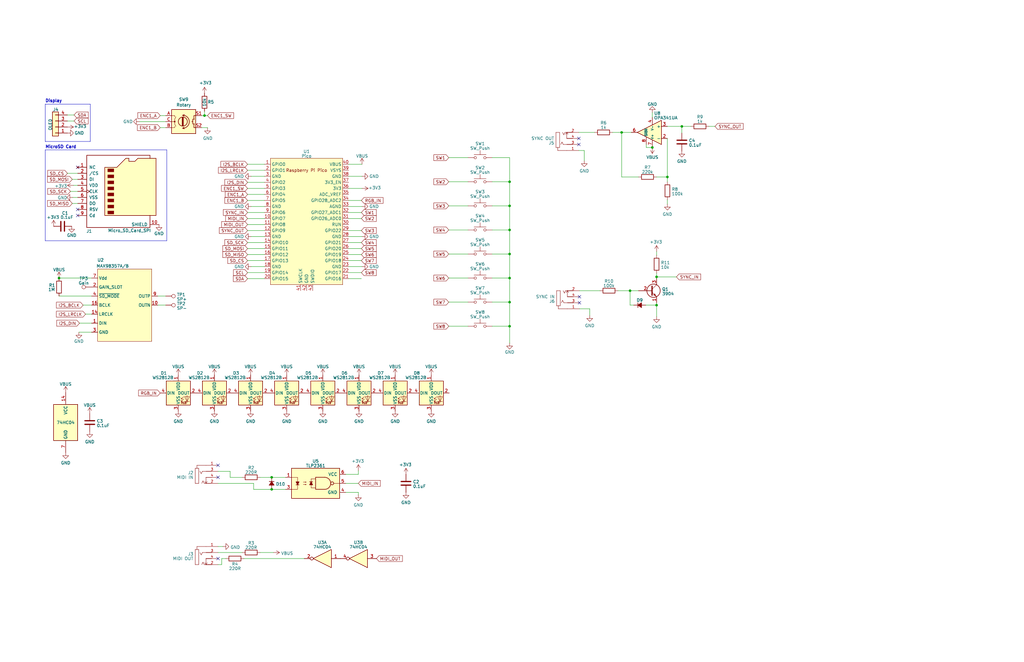
<source format=kicad_sch>
(kicad_sch (version 20230121) (generator eeschema)
  (paper "USLedger")
  (title_block (title "DC31 Syth Badge") (date "2023-05-25") (rev "1.0") (company "DCZia") (comment 1 "@hamster"))
  (lib_symbols
    (symbol "47257-0001:47257-0001" (pin_names (offset 1.016))
      (property "Reference" "J" (at 0 7.62 0))
      (property "Value" "47257-0001" (at 0 -5.08 0))
      (symbol "47257-0001_0_0"
        (pin passive line (at -5.08 5.08 0) (length 5.08) (name "~") (number "1"))
        (pin passive line (at -5.08 -2.54 0) (length 5.08) (name "~") (number "2"))
        (pin passive line (at -5.08 2.54 0) (length 5.08) (name "~") (number "3"))
        (pin passive line (at -5.08 0 0) (length 5.08) (name "~") (number "4"))
      )
    )
    (symbol "74xx:74HC04"
      (property "Reference" "U" (at 0 1.27 0))
      (property "Value" "74HC04" (at 0 -1.27 0))
      (symbol "74HC04_1_0"
        (pin input line (at -7.62 0 0) (length 3.81) (name "~") (number "1"))
        (pin output inverted (at 7.62 0 180) (length 3.81) (name "~") (number "2"))
      )
      (symbol "74HC04_2_0"
        (pin input line (at -7.62 0 0) (length 3.81) (name "~") (number "3"))
        (pin output inverted (at 7.62 0 180) (length 3.81) (name "~") (number "4"))
      )
      (symbol "74HC04_3_0"
        (pin input line (at -7.62 0 0) (length 3.81) (name "~") (number "5"))
        (pin output inverted (at 7.62 0 180) (length 3.81) (name "~") (number "6"))
      )
      (symbol "74HC04_4_0"
        (pin output inverted (at 7.62 0 180) (length 3.81) (name "~") (number "8"))
        (pin input line (at -7.62 0 0) (length 3.81) (name "~") (number "9"))
      )
      (symbol "74HC04_5_0"
        (pin output inverted (at 7.62 0 180) (length 3.81) (name "~") (number "10"))
        (pin input line (at -7.62 0 0) (length 3.81) (name "~") (number "11"))
      )
      (symbol "74HC04_6_0"
        (pin output inverted (at 7.62 0 180) (length 3.81) (name "~") (number "12"))
        (pin input line (at -7.62 0 0) (length 3.81) (name "~") (number "13"))
      )
      (symbol "74HC04_7_0"
        (pin power_in line (at 0 12.7 270) (length 5.08) (name "VCC") (number "14"))
        (pin power_in line (at 0 -12.7 90) (length 5.08) (name "GND") (number "7"))
      )
    )
    (symbol "Connector:TestPoint" (pin_numbers hide) (pin_names (offset 0.762) hide)
      (property "Reference" "TP" (at 0 6.858 0))
      (property "Value" "TestPoint" (at 0 5.08 0))
      (symbol "TestPoint_1_1"
        (pin passive line (at 0 0 90) (length 2.54) (name "1") (number "1"))
      )
    )
    (symbol "Connector_Generic:Conn_01x04" (pin_names (offset 1.016) hide)
      (property "Reference" "J" (at 0 5.08 0))
      (property "Value" "Conn_01x04" (at 0 -7.62 0))
      (symbol "Conn_01x04_1_1"
        (pin passive line (at -5.08 2.54 0) (length 3.81) (name "Pin_1") (number "1"))
        (pin passive line (at -5.08 0 0) (length 3.81) (name "Pin_2") (number "2"))
        (pin passive line (at -5.08 -2.54 0) (length 3.81) (name "Pin_3") (number "3"))
        (pin passive line (at -5.08 -5.08 0) (length 3.81) (name "Pin_4") (number "4"))
      )
    )
    (symbol "Device:C" (pin_numbers hide) (pin_names (offset 0.254))
      (property "Reference" "C" (at 0.635 2.54 0))
      (property "Value" "C" (at 0.635 -2.54 0))
      (symbol "C_1_1"
        (pin passive line (at 0 3.81 270) (length 2.794) (name "~") (number "1"))
        (pin passive line (at 0 -3.81 90) (length 2.794) (name "~") (number "2"))
      )
    )
    (symbol "Device:D_Small_Filled" (pin_numbers hide) (pin_names (offset 0.254) hide)
      (property "Reference" "D" (at -1.27 2.032 0))
      (property "Value" "D_Small_Filled" (at -3.81 -2.032 0))
      (symbol "D_Small_Filled_1_1"
        (pin passive line (at -2.54 0 0) (length 1.778) (name "K") (number "1"))
        (pin passive line (at 2.54 0 180) (length 1.778) (name "A") (number "2"))
      )
    )
    (symbol "Device:Q_NPN_EBC" (pin_names (offset 0) hide)
      (property "Reference" "Q" (at 5.08 1.27 0))
      (property "Value" "Q_NPN_EBC" (at 5.08 -1.27 0))
      (symbol "Q_NPN_EBC_1_1"
        (pin passive line (at 2.54 -5.08 90) (length 2.54) (name "E") (number "1"))
        (pin passive line (at -5.08 0 0) (length 5.715) (name "B") (number "2"))
        (pin passive line (at 2.54 5.08 270) (length 2.54) (name "C") (number "3"))
      )
    )
    (symbol "Device:R" (pin_numbers hide) (pin_names (offset 0))
      (property "Reference" "R" (at 2.032 0 90))
      (property "Value" "R" (at 0 0 90))
      (symbol "R_1_1"
        (pin passive line (at 0 3.81 270) (length 1.27) (name "~") (number "1"))
        (pin passive line (at 0 -3.81 90) (length 1.27) (name "~") (number "2"))
      )
    )
    (symbol "LED:WS2812B" (pin_names (offset 0.254))
      (property "Reference" "D" (at 5.08 5.715 0))
      (property "Value" "WS2812B" (at 1.27 -5.715 0))
      (symbol "WS2812B_0_0"
        (text "RGB" (at 2.286 -4.191 0) (effects (font (size 0.762 0.762))))
      )
      (symbol "WS2812B_1_1"
        (pin power_in line (at 0 7.62 270) (length 2.54) (name "VDD") (number "1"))
        (pin output line (at 7.62 0 180) (length 2.54) (name "DOUT") (number "2"))
        (pin power_in line (at 0 -7.62 90) (length 2.54) (name "VSS") (number "3"))
        (pin input line (at -7.62 0 0) (length 2.54) (name "DIN") (number "4"))
      )
    )
    (symbol "MAX98357:MAX98357"
      (property "Reference" "U" (at -10.16 16.51 0))
      (property "Value" "MAX98357" (at 6.35 16.51 0))
      (symbol "MAX98357_1_1"
        (pin input line (at -13.97 -7.62 0) (length 2.54) (name "DIN") (number "1"))
        (pin output line (at 13.97 0 180) (length 2.54) (name "OUTN") (number "10"))
        (pin power_in line (at -13.97 -11.43 0) (length 2.54) hide (name "GND") (number "11"))
        (pin no_connect line (at 1.27 33.02 0) (length 2.54) hide (name "NC") (number "12"))
        (pin no_connect line (at 1.27 36.83 0) (length 2.54) hide (name "NC") (number "13"))
        (pin input line (at -13.97 -3.81 0) (length 2.54) (name "LRCLK") (number "14"))
        (pin input line (at -13.97 0 0) (length 2.54) (name "BCLK") (number "16"))
        (pin input line (at -13.97 7.62 0) (length 2.54) (name "GAIN_SLOT") (number "2"))
        (pin power_in line (at -13.97 -11.43 0) (length 2.54) (name "GND") (number "3"))
        (pin input line (at -13.97 3.81 0) (length 2.54) (name "~{SD_MODE}") (number "4"))
        (pin no_connect line (at 1.27 25.4 0) (length 2.54) hide (name "NC") (number "5"))
        (pin no_connect line (at 1.27 29.21 0) (length 2.54) hide (name "NC") (number "6"))
        (pin power_in line (at -13.97 11.43 0) (length 2.54) (name "Vdd") (number "7"))
        (pin power_in line (at -13.97 11.43 0) (length 2.54) hide (name "Vdd") (number "8"))
        (pin output line (at 13.97 3.81 180) (length 2.54) (name "OUTP") (number "9"))
      )
    )
    (symbol "MCU_RaspberryPi_and_Boards:Pico"
      (property "Reference" "U" (at -13.97 27.94 0))
      (property "Value" "Pico" (at 0 19.05 0))
      (symbol "Pico_0_0"
        (text "Raspberry Pi Pico" (at 0 21.59 0) (effects (font (size 1.27 1.27))))
      )
      (symbol "Pico_1_1"
        (pin bidirectional line (at -17.78 24.13 0) (length 2.54) (name "GPIO0") (number "1"))
        (pin bidirectional line (at -17.78 1.27 0) (length 2.54) (name "GPIO7") (number "10"))
        (pin bidirectional line (at -17.78 -1.27 0) (length 2.54) (name "GPIO8") (number "11"))
        (pin bidirectional line (at -17.78 -3.81 0) (length 2.54) (name "GPIO9") (number "12"))
        (pin power_in line (at -17.78 -6.35 0) (length 2.54) (name "GND") (number "13"))
        (pin bidirectional line (at -17.78 -8.89 0) (length 2.54) (name "GPIO10") (number "14"))
        (pin bidirectional line (at -17.78 -11.43 0) (length 2.54) (name "GPIO11") (number "15"))
        (pin bidirectional line (at -17.78 -13.97 0) (length 2.54) (name "GPIO12") (number "16"))
        (pin bidirectional line (at -17.78 -16.51 0) (length 2.54) (name "GPIO13") (number "17"))
        (pin power_in line (at -17.78 -19.05 0) (length 2.54) (name "GND") (number "18"))
        (pin bidirectional line (at -17.78 -21.59 0) (length 2.54) (name "GPIO14") (number "19"))
        (pin bidirectional line (at -17.78 21.59 0) (length 2.54) (name "GPIO1") (number "2"))
        (pin bidirectional line (at -17.78 -24.13 0) (length 2.54) (name "GPIO15") (number "20"))
        (pin bidirectional line (at 17.78 -24.13 180) (length 2.54) (name "GPIO16") (number "21"))
        (pin bidirectional line (at 17.78 -21.59 180) (length 2.54) (name "GPIO17") (number "22"))
        (pin power_in line (at 17.78 -19.05 180) (length 2.54) (name "GND") (number "23"))
        (pin bidirectional line (at 17.78 -16.51 180) (length 2.54) (name "GPIO18") (number "24"))
        (pin bidirectional line (at 17.78 -13.97 180) (length 2.54) (name "GPIO19") (number "25"))
        (pin bidirectional line (at 17.78 -11.43 180) (length 2.54) (name "GPIO20") (number "26"))
        (pin bidirectional line (at 17.78 -8.89 180) (length 2.54) (name "GPIO21") (number "27"))
        (pin power_in line (at 17.78 -6.35 180) (length 2.54) (name "GND") (number "28"))
        (pin bidirectional line (at 17.78 -3.81 180) (length 2.54) (name "GPIO22") (number "29"))
        (pin power_in line (at -17.78 19.05 0) (length 2.54) (name "GND") (number "3"))
        (pin input line (at 17.78 -1.27 180) (length 2.54) (name "RUN") (number "30"))
        (pin bidirectional line (at 17.78 1.27 180) (length 2.54) (name "GPIO26_ADC0") (number "31"))
        (pin bidirectional line (at 17.78 3.81 180) (length 2.54) (name "GPIO27_ADC1") (number "32"))
        (pin power_in line (at 17.78 6.35 180) (length 2.54) (name "AGND") (number "33"))
        (pin bidirectional line (at 17.78 8.89 180) (length 2.54) (name "GPIO28_ADC2") (number "34"))
        (pin power_in line (at 17.78 11.43 180) (length 2.54) (name "ADC_VREF") (number "35"))
        (pin power_in line (at 17.78 13.97 180) (length 2.54) (name "3V3") (number "36"))
        (pin input line (at 17.78 16.51 180) (length 2.54) (name "3V3_EN") (number "37"))
        (pin bidirectional line (at 17.78 19.05 180) (length 2.54) (name "GND") (number "38"))
        (pin power_in line (at 17.78 21.59 180) (length 2.54) (name "VSYS") (number "39"))
        (pin bidirectional line (at -17.78 16.51 0) (length 2.54) (name "GPIO2") (number "4"))
        (pin power_in line (at 17.78 24.13 180) (length 2.54) (name "VBUS") (number "40"))
        (pin input line (at -2.54 -29.21 90) (length 2.54) (name "SWCLK") (number "41"))
        (pin power_in line (at 0 -29.21 90) (length 2.54) (name "GND") (number "42"))
        (pin bidirectional line (at 2.54 -29.21 90) (length 2.54) (name "SWDIO") (number "43"))
        (pin bidirectional line (at -17.78 13.97 0) (length 2.54) (name "GPIO3") (number "5"))
        (pin bidirectional line (at -17.78 11.43 0) (length 2.54) (name "GPIO4") (number "6"))
        (pin bidirectional line (at -17.78 8.89 0) (length 2.54) (name "GPIO5") (number "7"))
        (pin power_in line (at -17.78 6.35 0) (length 2.54) (name "GND") (number "8"))
        (pin bidirectional line (at -17.78 3.81 0) (length 2.54) (name "GPIO6") (number "9"))
      )
    )
    (symbol "MicroSD-Retention:Micro_SD_Card_SPI_Seeed-MicroSD-SPI-Seeed" (pin_names (offset 1.016))
      (property "Reference" "J" (at -12.7 17.78 0))
      (property "Value" "Micro_SD_Card_SPI_Seeed-MicroSD-SPI-Seeed" (at 3.81 15.24 0))
      (symbol "Micro_SD_Card_SPI_Seeed-MicroSD-SPI-Seeed_1_1"
        (pin no_connect line (at -17.78 8.89 0) (length 3.81) (name "NC") (number "1"))
        (pin passive line (at 16.51 -15.24 180) (length 3.81) (name "SHIELD") (number "10"))
        (pin input line (at -17.78 6.35 0) (length 3.81) (name "/CS") (number "2"))
        (pin input line (at -17.78 3.81 0) (length 3.81) (name "DI") (number "3"))
        (pin power_in line (at -17.78 1.27 0) (length 3.81) (name "VDD") (number "4"))
        (pin input clock (at -17.78 -1.27 0) (length 3.81) (name "CLK") (number "5"))
        (pin power_in line (at -17.78 -3.81 0) (length 3.81) (name "VSS") (number "6"))
        (pin output line (at -17.78 -6.35 0) (length 3.81) (name "DO") (number "7"))
        (pin input line (at -17.78 -8.89 0) (length 3.81) (name "RSV") (number "8"))
        (pin bidirectional line (at -17.78 -11.43 0) (length 3.81) (name "Cd") (number "9"))
      )
    )
    (symbol "PCM_Amplifier_Operational_AKL:OPA341UA" (pin_names (offset 0.2))
      (property "Reference" "U" (at 2.54 7.62 0))
      (property "Value" "OPA341UA" (at 2.54 5.08 0))
      (symbol "OPA341UA_1_1"
        (pin no_connect line (at -2.54 2.54 270) (length 2.54) hide (name "NC") (number "1"))
        (pin input line (at -7.62 2.54 0) (length 2.54) (name "-") (number "2"))
        (pin input line (at -7.62 -2.54 0) (length 2.54) (name "+") (number "3"))
        (pin power_in line (at -1.27 -6.35 90) (length 3.18) (name "V-") (number "4"))
        (pin no_connect line (at -2.54 -2.54 90) (length 2.54) hide (name "NC") (number "5"))
        (pin output line (at 7.62 0 180) (length 2.54) (name "~") (number "6"))
        (pin power_in line (at -1.27 6.35 270) (length 3.18) (name "V+") (number "7"))
        (pin input line (at 1.27 5.08 270) (length 3.18) (name "~{SHDN}") (number "8"))
      )
    )
    (symbol "PCM_Optocoupler_Logic_AKL:TLP2361" (pin_names (offset 1.016))
      (property "Reference" "OC" (at -10.16 11.43 0))
      (property "Value" "TLP2361" (at -10.16 8.89 0))
      (symbol "TLP2361_1_1"
        (pin passive line (at -12.7 2.54 0) (length 2.54) (name "~") (number "1"))
        (pin no_connect line (at 0 0 0) (length 2.54) hide (name "NC") (number "2"))
        (pin passive line (at -12.7 -2.54 0) (length 2.54) (name "~") (number "3"))
        (pin power_in line (at 12.7 -3.81 180) (length 2.54) (name "GND") (number "4"))
        (pin output line (at 12.7 0 180) (length 2.54) (name "~") (number "5"))
        (pin power_in line (at 12.7 3.81 180) (length 2.54) (name "VCC") (number "6"))
      )
    )
    (symbol "Switch:SW_Push" (pin_numbers hide) (pin_names (offset 1.016) hide)
      (property "Reference" "SW" (at 1.27 2.54 0))
      (property "Value" "SW_Push" (at 0 -1.524 0))
      (symbol "SW_Push_0_1"
        (pin passive line (at -5.08 0 0) (length 2.54) (name "1") (number "1"))
        (pin passive line (at 5.08 0 180) (length 2.54) (name "2") (number "2"))
      )
    )
    (symbol "laser-theremin-rescue:Rotary_Encoder_Switch-Device" (pin_names (offset 0.254) hide)
      (property "Reference" "SW" (at 0 6.604 0))
      (property "Value" "Device_Rotary_Encoder_Switch" (at 0 -6.604 0))
      (symbol "Rotary_Encoder_Switch-Device_1_1"
        (pin passive line (at -7.62 2.54 0) (length 2.54) (name "A") (number "A"))
        (pin passive line (at -7.62 -2.54 0) (length 2.54) (name "B") (number "B"))
        (pin passive line (at -7.62 0 0) (length 2.54) (name "C") (number "C"))
        (pin passive line (at 7.62 2.54 180) (length 2.54) (name "S1") (number "S1"))
        (pin passive line (at 7.62 -2.54 180) (length 2.54) (name "S2") (number "S2"))
      )
    )
    (symbol "power:+3V3" (power) (pin_names (offset 0))
      (property "Value" "+3V3" (at 0 3.556 0))
      (symbol "+3V3_1_1"
        (pin power_in line (at 0 0 90) (length 0) hide (name "+3V3") (number "1"))
      )
    )
    (symbol "power:GND" (power) (pin_names (offset 0))
      (property "Value" "GND" (at 0 -3.81 0))
      (symbol "GND_1_1"
        (pin power_in line (at 0 0 270) (length 0) hide (name "GND") (number "1"))
      )
    )
    (symbol "power:VBUS" (power) (pin_names (offset 0))
      (property "Value" "VBUS" (at 0 3.81 0))
      (symbol "VBUS_1_1"
        (pin power_in line (at 0 0 90) (length 0) hide (name "VBUS") (number "1"))
      )
    )
  )
  (junction (at 214.884 137.668))
  (junction (at 276.86 116.84))
  (junction (at 262.128 55.88))
  (junction (at 114.554 206.502))
  (junction (at 265.684 122.682))
  (junction (at 214.884 127.508))
  (junction (at 275.082 62.23))
  (junction (at 281.432 74.676))
  (junction (at 214.884 97.028))
  (junction (at 214.884 117.348))
  (junction (at 214.884 86.868))
  (junction (at 86.233 48.768))
  (junction (at 287.528 53.34))
  (junction (at 114.554 201.422))
  (junction (at 24.892 117.348))
  (junction (at 214.884 107.188))
  (junction (at 214.884 76.708))
  (junction (at 276.86 128.778))
  (no_connect (at 244.348 125.222))
  (no_connect (at 91.948 196.342))
  (no_connect (at 244.348 127.762))
  (no_connect (at 91.948 235.712))
  (no_connect (at 91.948 201.422))
  (no_connect (at 244.094 58.42))
  (no_connect (at 32.766 90.932))
  (no_connect (at 244.094 60.96))
  (no_connect (at 32.766 70.612))
  (no_connect (at 32.766 88.392))
  (wire (pts (xy 246.38 63.5) (xy 246.38 67.818)))
  (wire (pts (xy 269.24 74.676) (xy 262.128 74.676)))
  (polyline (pts (xy 19.05 43.942) (xy 19.05 59.69)))
  (wire (pts (xy 147.066 69.342) (xy 152.654 69.342)))
  (wire (pts (xy 93.472 238.252) (xy 93.472 235.712)))
  (wire (pts (xy 104.394 102.362) (xy 111.506 102.362)))
  (wire (pts (xy 189.23 76.708) (xy 197.358 76.708)))
  (wire (pts (xy 104.394 79.502) (xy 111.506 79.502)))
  (wire (pts (xy 207.518 76.708) (xy 214.884 76.708)))
  (wire (pts (xy 207.518 137.668) (xy 214.884 137.668)))
  (wire (pts (xy 86.233 46.99) (xy 86.233 48.768)))
  (wire (pts (xy 30.48 75.692) (xy 32.766 75.692)))
  (wire (pts (xy 267.208 128.778) (xy 265.684 128.778)))
  (polyline (pts (xy 38.1 59.69) (xy 38.1 43.942)))
  (wire (pts (xy 244.348 122.682) (xy 252.984 122.682)))
  (wire (pts (xy 114.554 206.502) (xy 120.396 206.502)))
  (wire (pts (xy 97.028 198.882) (xy 97.028 201.422)))
  (wire (pts (xy 151.13 207.772) (xy 151.13 208.788)))
  (wire (pts (xy 276.86 116.84) (xy 276.86 117.602)))
  (wire (pts (xy 189.23 117.348) (xy 197.358 117.348)))
  (wire (pts (xy 36.068 132.588) (xy 38.608 132.588)))
  (wire (pts (xy 281.432 58.42) (xy 281.432 74.676)))
  (wire (pts (xy 276.86 128.778) (xy 276.86 133.604)))
  (wire (pts (xy 214.884 137.668) (xy 214.884 144.78)))
  (wire (pts (xy 69.85 48.768) (xy 67.564 48.768)))
  (polyline (pts (xy 38.1 43.942) (xy 19.304 43.942)))
  (wire (pts (xy 214.884 127.508) (xy 214.884 137.668)))
  (wire (pts (xy 28.448 73.152) (xy 32.766 73.152)))
  (wire (pts (xy 260.604 122.682) (xy 265.684 122.682)))
  (wire (pts (xy 207.518 117.348) (xy 214.884 117.348)))
  (wire (pts (xy 145.796 200.152) (xy 151.13 200.152)))
  (wire (pts (xy 272.288 128.778) (xy 276.86 128.778)))
  (wire (pts (xy 111.506 87.122) (xy 105.918 87.122)))
  (wire (pts (xy 91.948 198.882) (xy 97.028 198.882)))
  (wire (pts (xy 244.094 55.88) (xy 250.698 55.88)))
  (wire (pts (xy 104.394 69.342) (xy 111.506 69.342)))
  (wire (pts (xy 58.801 51.308) (xy 69.85 51.308)))
  (wire (pts (xy 147.066 107.442) (xy 152.4 107.442)))
  (wire (pts (xy 30.734 83.312) (xy 32.766 83.312)))
  (wire (pts (xy 145.796 207.772) (xy 151.13 207.772)))
  (wire (pts (xy 106.934 203.962) (xy 106.934 206.502)))
  (wire (pts (xy 265.684 122.682) (xy 269.24 122.682)))
  (polyline (pts (xy 19.05 63.246) (xy 70.358 63.246)))
  (wire (pts (xy 248.666 130.302) (xy 248.666 133.096)))
  (polyline (pts (xy 19.304 59.69) (xy 38.1 59.69)))
  (wire (pts (xy 151.13 200.152) (xy 151.13 198.628)))
  (wire (pts (xy 207.518 66.548) (xy 214.884 66.548)))
  (wire (pts (xy 111.506 112.522) (xy 105.918 112.522)))
  (wire (pts (xy 147.066 89.662) (xy 152.4 89.662)))
  (wire (pts (xy 104.394 117.602) (xy 111.506 117.602)))
  (wire (pts (xy 87.503 53.848) (xy 87.503 53.975)))
  (wire (pts (xy 272.542 60.96) (xy 272.542 62.23)))
  (wire (pts (xy 147.066 115.062) (xy 152.4 115.062)))
  (wire (pts (xy 207.518 127.508) (xy 214.884 127.508)))
  (polyline (pts (xy 19.05 59.69) (xy 19.304 59.69)))
  (wire (pts (xy 93.472 235.712) (xy 95.25 235.712)))
  (wire (pts (xy 275.082 47.498) (xy 275.082 49.53)))
  (wire (pts (xy 91.948 233.172) (xy 102.108 233.172)))
  (wire (pts (xy 86.233 48.768) (xy 87.503 48.768)))
  (wire (pts (xy 114.554 201.422) (xy 120.396 201.422)))
  (wire (pts (xy 30.988 78.232) (xy 32.766 78.232)))
  (wire (pts (xy 147.066 117.602) (xy 152.4 117.602)))
  (wire (pts (xy 147.066 97.282) (xy 152.4 97.282)))
  (wire (pts (xy 104.394 82.042) (xy 111.506 82.042)))
  (wire (pts (xy 106.934 206.502) (xy 114.554 206.502)))
  (wire (pts (xy 276.86 128.778) (xy 276.86 127.762)))
  (wire (pts (xy 207.518 97.028) (xy 214.884 97.028)))
  (wire (pts (xy 111.506 74.422) (xy 105.918 74.422)))
  (wire (pts (xy 104.394 104.902) (xy 111.506 104.902)))
  (wire (pts (xy 147.066 79.502) (xy 152.654 79.502)))
  (wire (pts (xy 189.23 86.868) (xy 197.358 86.868)))
  (wire (pts (xy 147.066 92.202) (xy 152.4 92.202)))
  (wire (pts (xy 207.518 86.868) (xy 214.884 86.868)))
  (wire (pts (xy 287.528 53.34) (xy 287.528 56.134)))
  (wire (pts (xy 214.884 107.188) (xy 214.884 117.348)))
  (wire (pts (xy 276.86 74.676) (xy 281.432 74.676)))
  (wire (pts (xy 104.394 115.062) (xy 111.506 115.062)))
  (wire (pts (xy 189.23 97.028) (xy 197.358 97.028)))
  (wire (pts (xy 145.796 203.962) (xy 151.13 203.962)))
  (wire (pts (xy 111.506 94.742) (xy 104.394 94.742)))
  (wire (pts (xy 214.884 97.028) (xy 214.884 107.188)))
  (wire (pts (xy 104.394 97.282) (xy 111.506 97.282)))
  (wire (pts (xy 272.542 62.23) (xy 275.082 62.23)))
  (wire (pts (xy 66.548 128.778) (xy 69.85 128.778)))
  (wire (pts (xy 111.506 99.822) (xy 105.918 99.822)))
  (wire (pts (xy 31.242 48.514) (xy 28.448 48.514)))
  (wire (pts (xy 276.86 115.316) (xy 276.86 116.84)))
  (wire (pts (xy 189.23 127.508) (xy 197.358 127.508)))
  (wire (pts (xy 111.506 92.202) (xy 104.394 92.202)))
  (polyline (pts (xy 70.358 101.6) (xy 70.358 63.246)))
  (wire (pts (xy 66.548 124.968) (xy 69.85 124.968)))
  (wire (pts (xy 109.728 233.172) (xy 115.316 233.172)))
  (wire (pts (xy 276.86 106.172) (xy 276.86 107.696)))
  (wire (pts (xy 281.432 84.328) (xy 281.432 86.106)))
  (polyline (pts (xy 19.05 43.942) (xy 19.304 43.942)))
  (wire (pts (xy 104.394 71.882) (xy 111.506 71.882)))
  (wire (pts (xy 265.684 128.778) (xy 265.684 122.682)))
  (wire (pts (xy 214.884 76.708) (xy 214.884 86.868)))
  (wire (pts (xy 29.718 80.772) (xy 32.766 80.772)))
  (wire (pts (xy 147.066 74.422) (xy 152.654 74.422)))
  (wire (pts (xy 244.348 130.302) (xy 248.666 130.302)))
  (wire (pts (xy 85.09 53.848) (xy 87.503 53.848)))
  (wire (pts (xy 214.884 86.868) (xy 214.884 97.028)))
  (wire (pts (xy 262.128 55.88) (xy 266.192 55.88)))
  (wire (pts (xy 147.066 112.522) (xy 152.654 112.522)))
  (wire (pts (xy 104.394 89.662) (xy 111.506 89.662)))
  (wire (pts (xy 244.094 63.5) (xy 246.38 63.5)))
  (wire (pts (xy 91.948 203.962) (xy 106.934 203.962)))
  (wire (pts (xy 189.23 107.188) (xy 197.358 107.188)))
  (wire (pts (xy 189.23 137.668) (xy 197.358 137.668)))
  (wire (pts (xy 147.066 99.822) (xy 152.654 99.822)))
  (wire (pts (xy 104.394 76.962) (xy 111.506 76.962)))
  (wire (pts (xy 104.394 84.582) (xy 111.506 84.582)))
  (wire (pts (xy 35.052 128.778) (xy 38.608 128.778)))
  (wire (pts (xy 104.394 107.442) (xy 111.506 107.442)))
  (wire (pts (xy 91.948 230.632) (xy 93.98 230.632)))
  (wire (pts (xy 91.948 238.252) (xy 93.472 238.252)))
  (wire (pts (xy 214.884 66.548) (xy 214.884 76.708)))
  (wire (pts (xy 30.48 85.852) (xy 32.766 85.852)))
  (polyline (pts (xy 19.05 101.6) (xy 70.358 101.6)))
  (wire (pts (xy 33.274 140.208) (xy 38.608 140.208)))
  (wire (pts (xy 97.028 201.422) (xy 102.108 201.422)))
  (wire (pts (xy 102.87 235.712) (xy 128.27 235.712)))
  (wire (pts (xy 109.728 201.422) (xy 114.554 201.422)))
  (wire (pts (xy 147.066 109.982) (xy 152.4 109.982)))
  (wire (pts (xy 214.884 117.348) (xy 214.884 127.508)))
  (wire (pts (xy 31.242 51.054) (xy 28.448 51.054)))
  (wire (pts (xy 147.066 104.902) (xy 152.4 104.902)))
  (wire (pts (xy 258.318 55.88) (xy 262.128 55.88)))
  (wire (pts (xy 67.564 53.848) (xy 69.85 53.848)))
  (polyline (pts (xy 19.05 63.246) (xy 19.05 101.6)))
  (wire (pts (xy 147.066 102.362) (xy 152.4 102.362)))
  (wire (pts (xy 104.394 109.982) (xy 111.506 109.982)))
  (wire (pts (xy 33.528 136.398) (xy 38.608 136.398)))
  (wire (pts (xy 281.432 53.34) (xy 287.528 53.34)))
  (wire (pts (xy 38.608 124.968) (xy 24.892 124.968)))
  (wire (pts (xy 281.432 74.676) (xy 281.432 76.708)))
  (wire (pts (xy 262.128 74.676) (xy 262.128 55.88)))
  (wire (pts (xy 147.066 84.582) (xy 152.4 84.582)))
  (wire (pts (xy 287.528 53.34) (xy 291.338 53.34)))
  (wire (pts (xy 276.86 116.84) (xy 285.242 116.84)))
  (wire (pts (xy 207.518 107.188) (xy 214.884 107.188)))
  (wire (pts (xy 298.958 53.34) (xy 301.498 53.34)))
  (wire (pts (xy 85.09 48.768) (xy 86.233 48.768)))
  (wire (pts (xy 147.066 87.122) (xy 152.654 87.122)))
  (wire (pts (xy 24.892 117.348) (xy 38.608 117.348)))
  (wire (pts (xy 189.23 66.548) (xy 197.358 66.548)))
  (text "Display" (at 19.05 43.434 0) (effects (font (size 1.27 1.27) (thickness 0.254) bold) (justify left bottom)))
  (text "MicroSD Card" (at 19.05 62.865 0) (effects (font (size 1.27 1.27) (thickness 0.254) bold) (justify left bottom)))
  (global_label "SD_SCK" (shape input) (at 104.394 102.362 180) (property "Intersheetrefs" "${INTERSHEET_REFS}" (effects hide)))
  (global_label "SDA" (shape input) (at 31.242 48.514 0) (property "Intersheetrefs" "${INTERSHEET_REFS}" (effects hide)))
  (global_label "I2S_BCLK" (shape input) (at 104.394 69.342 180) (property "Intersheetrefs" "${INTERSHEET_REFS}" (effects hide)))
  (global_label "ENC1_SW" (shape input) (at 104.394 79.502 180) (property "Intersheetrefs" "${INTERSHEET_REFS}" (effects hide)))
  (global_label "ENC1_B" (shape input) (at 67.564 53.848 180) (property "Intersheetrefs" "${INTERSHEET_REFS}" (effects hide)))
  (global_label "I2S_LRCLK" (shape input) (at 36.068 132.588 180) (property "Intersheetrefs" "${INTERSHEET_REFS}" (effects hide)))
  (global_label "I2S_LRCLK" (shape input) (at 104.394 71.882 180) (property "Intersheetrefs" "${INTERSHEET_REFS}" (effects hide)))
  (global_label "SW5" (shape input) (at 152.4 104.902 0) (property "Intersheetrefs" "${INTERSHEET_REFS}" (effects hide)))
  (global_label "SYNC_IN" (shape input) (at 285.242 116.84 0) (property "Intersheetrefs" "${INTERSHEET_REFS}" (effects hide)))
  (global_label "SCL" (shape input) (at 104.394 115.062 180) (property "Intersheetrefs" "${INTERSHEET_REFS}" (effects hide)))
  (global_label "SW7" (shape input) (at 189.23 127.508 180) (property "Intersheetrefs" "${INTERSHEET_REFS}" (effects hide)))
  (global_label "SW2" (shape input) (at 189.23 76.708 180) (property "Intersheetrefs" "${INTERSHEET_REFS}" (effects hide)))
  (global_label "SW3" (shape input) (at 189.23 86.868 180) (property "Intersheetrefs" "${INTERSHEET_REFS}" (effects hide)))
  (global_label "RGB_IN" (shape input) (at 67.564 165.862 180) (property "Intersheetrefs" "${INTERSHEET_REFS}" (effects hide)))
  (global_label "MIDI_IN" (shape input) (at 151.13 203.962 0) (property "Intersheetrefs" "${INTERSHEET_REFS}" (effects hide)))
  (global_label "SD_MOSI" (shape input) (at 30.48 75.692 180) (property "Intersheetrefs" "${INTERSHEET_REFS}" (effects hide)))
  (global_label "SD_CS" (shape input) (at 104.394 109.982 180) (property "Intersheetrefs" "${INTERSHEET_REFS}" (effects hide)))
  (global_label "I2S_DIN" (shape input) (at 33.528 136.398 180) (property "Intersheetrefs" "${INTERSHEET_REFS}" (effects hide)))
  (global_label "SDA" (shape input) (at 104.394 117.602 180) (property "Intersheetrefs" "${INTERSHEET_REFS}" (effects hide)))
  (global_label "SD_MISO" (shape input) (at 104.394 107.442 180) (property "Intersheetrefs" "${INTERSHEET_REFS}" (effects hide)))
  (global_label "SW3" (shape input) (at 152.4 97.282 0) (property "Intersheetrefs" "${INTERSHEET_REFS}" (effects hide)))
  (global_label "SW2" (shape input) (at 152.4 92.202 0) (property "Intersheetrefs" "${INTERSHEET_REFS}" (effects hide)))
  (global_label "SW4" (shape input) (at 189.23 97.028 180) (property "Intersheetrefs" "${INTERSHEET_REFS}" (effects hide)))
  (global_label "SW4" (shape input) (at 152.4 102.362 0) (property "Intersheetrefs" "${INTERSHEET_REFS}" (effects hide)))
  (global_label "SYNC_IN" (shape input) (at 104.394 89.662 180) (property "Intersheetrefs" "${INTERSHEET_REFS}" (effects hide)))
  (global_label "ENC1_B" (shape input) (at 104.394 84.582 180) (property "Intersheetrefs" "${INTERSHEET_REFS}" (effects hide)))
  (global_label "I2S_BCLK" (shape input) (at 35.052 128.778 180) (property "Intersheetrefs" "${INTERSHEET_REFS}" (effects hide)))
  (global_label "SD_MOSI" (shape input) (at 104.394 104.902 180) (property "Intersheetrefs" "${INTERSHEET_REFS}" (effects hide)))
  (global_label "MIDI_OUT" (shape input) (at 104.394 94.742 180) (property "Intersheetrefs" "${INTERSHEET_REFS}" (effects hide)))
  (global_label "ENC1_A" (shape input) (at 104.394 82.042 180) (property "Intersheetrefs" "${INTERSHEET_REFS}" (effects hide)))
  (global_label "SD_CS" (shape input) (at 28.448 73.152 180) (property "Intersheetrefs" "${INTERSHEET_REFS}" (effects hide)))
  (global_label "SW5" (shape input) (at 189.23 107.188 180) (property "Intersheetrefs" "${INTERSHEET_REFS}" (effects hide)))
  (global_label "SYNC_OUT" (shape input) (at 301.498 53.34 0) (property "Intersheetrefs" "${INTERSHEET_REFS}" (effects hide)))
  (global_label "ENC1_SW" (shape input) (at 87.503 48.768 0) (property "Intersheetrefs" "${INTERSHEET_REFS}" (effects hide)))
  (global_label "I2S_DIN" (shape input) (at 104.394 76.962 180) (property "Intersheetrefs" "${INTERSHEET_REFS}" (effects hide)))
  (global_label "SW6" (shape input) (at 152.4 107.442 0) (property "Intersheetrefs" "${INTERSHEET_REFS}" (effects hide)))
  (global_label "MIDI_OUT" (shape input) (at 158.75 235.712 0) (property "Intersheetrefs" "${INTERSHEET_REFS}" (effects hide)))
  (global_label "SW1" (shape input) (at 152.4 89.662 0) (property "Intersheetrefs" "${INTERSHEET_REFS}" (effects hide)))
  (global_label "SW6" (shape input) (at 189.23 117.348 180) (property "Intersheetrefs" "${INTERSHEET_REFS}" (effects hide)))
  (global_label "ENC1_A" (shape input) (at 67.564 48.768 180) (property "Intersheetrefs" "${INTERSHEET_REFS}" (effects hide)))
  (global_label "SW7" (shape input) (at 152.4 109.982 0) (property "Intersheetrefs" "${INTERSHEET_REFS}" (effects hide)))
  (global_label "SW8" (shape input) (at 189.23 137.668 180) (property "Intersheetrefs" "${INTERSHEET_REFS}" (effects hide)))
  (global_label "SCL" (shape input) (at 31.242 51.054 0) (property "Intersheetrefs" "${INTERSHEET_REFS}" (effects hide)))
  (global_label "MIDI_IN" (shape input) (at 104.394 92.202 180) (property "Intersheetrefs" "${INTERSHEET_REFS}" (effects hide)))
  (global_label "RGB_IN" (shape input) (at 152.4 84.582 0) (property "Intersheetrefs" "${INTERSHEET_REFS}" (effects hide)))
  (global_label "SYNC_OUT" (shape input) (at 104.394 97.282 180) (property "Intersheetrefs" "${INTERSHEET_REFS}" (effects hide)))
  (global_label "SW1" (shape input) (at 189.23 66.548 180) (property "Intersheetrefs" "${INTERSHEET_REFS}" (effects hide)))
  (global_label "SD_SCK" (shape input) (at 29.718 80.772 180) (property "Intersheetrefs" "${INTERSHEET_REFS}" (effects hide)))
  (global_label "SW8" (shape input) (at 152.4 115.062 0) (property "Intersheetrefs" "${INTERSHEET_REFS}" (effects hide)))
  (global_label "SD_MISO" (shape input) (at 30.48 85.852 180) (property "Intersheetrefs" "${INTERSHEET_REFS}" (effects hide)))
  (symbol (lib_id "Device:R") (at 273.05 74.676 90) (unit 1)
    (property "Reference" "R7" (at 273.05 70.6501 90))
    (property "Value" "220k" (at 273.05 72.5711 90))
    (property "Footprint" "Resistor_SMD:R_0603_1608Metric" (effects hide))
  )
  (symbol (lib_id "Switch:SW_Push") (at 202.438 97.028 0) (unit 1)
    (property "Reference" "SW4" (at 202.438 91.0971 0))
    (property "Value" "SW_Push" (at 202.438 93.0181 0))
    (property "Footprint" "lib_fp:MX-Alps-Choc-1U" (effects hide))
  )
  (symbol (lib_id "power:VBUS") (at 105.664 158.242 0) (unit 1)
    (property "Reference" "#PWR013" (effects hide))
    (property "Value" "VBUS" (at 105.664 154.7401 0))
  )
  (symbol (lib_id "74xx:74HC04") (at 135.89 235.712 180) (unit 1)
    (property "Reference" "U3" (at 135.89 228.8921 0))
    (property "Value" "74HC04" (at 135.89 230.8131 0))
    (property "Footprint" "PCM_Package_SO_AKL:TSSOP-14_4.4x5mm_P0.65mm" (effects hide))
    (property "Datasheet" "https://assets.nexperia.com/documents/data-sheet/74HC_HCT04.pdf" (effects hide))
  )
  (symbol (lib_id "power:VBUS") (at 37.846 174.498 0) (unit 1)
    (property "Reference" "#PWR036" (effects hide))
    (property "Value" "VBUS" (at 37.846 170.9961 0))
  )
  (symbol (lib_id "power:GND") (at 152.654 112.522 90) (unit 1)
    (property "Reference" "#PWR051" (effects hide))
    (property "Value" "GND" (at 157.734 112.522 90))
  )
  (symbol (lib_id "power:GND") (at 105.918 87.122 270) (unit 1)
    (property "Reference" "#PWR054" (effects hide))
    (property "Value" "GND" (at 100.838 87.122 90))
  )
  (symbol (lib_id "power:GND") (at 246.38 67.818 0) (unit 1)
    (property "Reference" "#PWR044" (effects hide))
    (property "Value" "GND" (at 246.38 72.1424 0))
  )
  (symbol (lib_id "LED:WS2812B") (at 120.904 165.862 0) (unit 1)
    (property "Reference" "D4" (at 113.4365 157.4303 0) (effects (justify left)))
    (property "Value" "WS2812B" (at 109.9313 159.3734 0) (effects (justify left)))
    (property "Footprint" "LED_SMD:LED_WS2812B_PLCC4_5.0x5.0mm_P3.2mm" (effects hide))
    (property "Datasheet" "https://cdn-shop.adafruit.com/datasheets/WS2812B.pdf" (effects hide))
  )
  (symbol (lib_id "Device:R") (at 254.508 55.88 90) (unit 1)
    (property "Reference" "R6" (at 254.508 51.8541 90))
    (property "Value" "1k" (at 254.508 53.7751 90))
    (property "Footprint" "Resistor_SMD:R_0603_1608Metric" (effects hide))
  )
  (symbol (lib_id "power:GND") (at 171.196 207.772 0) (unit 1)
    (property "Reference" "#PWR035" (effects hide))
    (property "Value" "GND" (at 171.196 212.0964 0))
  )
  (symbol (lib_id "power:+3V3") (at 22.606 95.504 0) (unit 1)
    (property "Reference" "#PWR028" (effects hide))
    (property "Value" "+3V3" (at 22.352 91.694 0))
  )
  (symbol (lib_id "power:GND") (at 151.13 208.788 0) (unit 1)
    (property "Reference" "#PWR029" (effects hide))
    (property "Value" "GND" (at 151.13 213.1124 0))
  )
  (symbol (lib_id "power:VBUS") (at 115.316 233.172 270) (unit 1)
    (property "Reference" "#PWR031" (effects hide))
    (property "Value" "VBUS" (at 118.491 233.4888 90) (effects (justify left)))
  )
  (symbol (lib_id "Device:Q_NPN_EBC") (at 274.32 122.682 0) (unit 1)
    (property "Reference" "Q1" (at 279.1714 122.0383 0) (effects (justify left)))
    (property "Value" "3904" (at 279.1714 123.9593 0) (effects (justify left)))
    (property "Footprint" "Package_TO_SOT_SMD:SOT-23" (effects hide))
    (property "Sim.Device" "NPN" (effects hide))
    (property "Sim.Type" "GUMMELPOON" (effects hide))
    (property "Sim.Pins" "1=C 2=B 3=E" (effects hide))
  )
  (symbol (lib_id "power:VBUS") (at 24.892 117.348 0) (unit 1)
    (property "Reference" "#PWR08" (effects hide))
    (property "Value" "VBUS" (at 24.892 113.8461 0))
  )
  (symbol (lib_id "power:VBUS") (at 152.654 69.342 0) (unit 1)
    (property "Reference" "#PWR01" (effects hide))
    (property "Value" "VBUS" (at 152.654 65.8401 0))
  )
  (symbol (lib_id "Device:R") (at 256.794 122.682 90) (unit 1)
    (property "Reference" "R10" (at 256.794 118.6561 90))
    (property "Value" "100k" (at 256.794 120.5771 90))
    (property "Footprint" "Resistor_SMD:R_0603_1608Metric" (effects hide))
  )
  (symbol (lib_id "power:VBUS") (at 151.384 158.242 0) (unit 1)
    (property "Reference" "#PWR019" (effects hide))
    (property "Value" "VBUS" (at 151.384 154.7401 0))
  )
  (symbol (lib_id "power:GND") (at 105.918 74.422 270) (unit 1)
    (property "Reference" "#PWR055" (effects hide))
    (property "Value" "GND" (at 100.838 74.422 90))
  )
  (symbol (lib_id "power:GND") (at 75.184 173.482 0) (unit 1)
    (property "Reference" "#PWR012" (effects hide))
    (property "Value" "GND" (at 75.184 177.8064 0))
  )
  (symbol (lib_id "power:VBUS") (at 166.624 158.242 0) (unit 1)
    (property "Reference" "#PWR021" (effects hide))
    (property "Value" "VBUS" (at 166.624 154.7401 0))
  )
  (symbol (lib_id "Switch:SW_Push") (at 202.438 127.508 0) (unit 1)
    (property "Reference" "SW7" (at 202.438 121.5771 0))
    (property "Value" "SW_Push" (at 202.438 123.4981 0))
    (property "Footprint" "lib_fp:MX-Alps-Choc-1U" (effects hide))
  )
  (symbol (lib_id "MicroSD-Retention:Micro_SD_Card_SPI_Seeed-MicroSD-SPI-Seeed") (at 50.546 79.502 0) (unit 1)
    (property "Reference" "J1" (at 37.592 97.536 0))
    (property "Value" "Micro_SD_Card_SPI" (at 54.61 97.282 0))
    (property "Footprint" "lib_fp:MicroSD-Socket-Seeed-320090008" (effects hide))
    (property "Datasheet" "https://statics3.seeedstudio.com/images/opl/datasheet/320090008.pdf" (effects hide))
  )
  (symbol (lib_id "power:+3V3") (at 28.448 53.594 270) (unit 1)
    (property "Reference" "#PWR038" (effects hide))
    (property "Value" "+3V3" (at 33.782 53.34 90))
  )
  (symbol (lib_id "power:GND") (at 33.274 140.208 0) (unit 1)
    (property "Reference" "#PWR09" (effects hide))
    (property "Value" "GND" (at 33.274 144.018 0))
  )
  (symbol (lib_id "Switch:SW_Push") (at 202.438 66.548 0) (unit 1)
    (property "Reference" "SW1" (at 202.438 60.6171 0))
    (property "Value" "SW_Push" (at 202.438 62.5381 0))
    (property "Footprint" "lib_fp:MX-Alps-Choc-1U" (effects hide))
  )
  (symbol (lib_id "power:GND") (at 276.86 133.604 0) (unit 1)
    (property "Reference" "#PWR047" (effects hide))
    (property "Value" "GND" (at 276.86 137.9284 0))
  )
  (symbol (lib_id "power:+3V3") (at 30.988 78.232 90) (unit 1)
    (property "Reference" "#PWR03" (effects hide))
    (property "Value" "+3V3" (at 25.654 78.486 90))
  )
  (symbol (lib_id "47257-0001:47257-0001") (at 239.014 58.42 180) (unit 1)
    (property "Reference" "J5" (at 233.7308 60.3337 0) (effects (justify left)))
    (property "Value" "SYNC OUT" (at 233.7308 58.4127 0) (effects (justify left)))
    (property "Footprint" "lib_fp:MOLEX_47257-0001" (effects hide))
    (property "PARTREV" "D" (effects hide))
    (property "MANUFACTURER" "Molex" (effects hide))
    (property "MAXIMUM_PACKAGE_HEIGHT" "16.3mm" (effects hide))
    (property "STANDARD" "Manufacturer Recommendations" (effects hide))
  )
  (symbol (lib_id "Device:C") (at 37.846 178.308 0) (unit 1)
    (property "Reference" "C3" (at 40.767 177.6643 0) (effects (justify left)))
    (property "Value" "0.1uF" (at 40.767 179.5853 0) (effects (justify left)))
    (property "Footprint" "Capacitor_SMD:C_0603_1608Metric" (effects hide))
  )
  (symbol (lib_id "power:GND") (at 151.384 173.482 0) (unit 1)
    (property "Reference" "#PWR022" (effects hide))
    (property "Value" "GND" (at 151.384 177.8064 0))
  )
  (symbol (lib_id "power:+3V3") (at 152.654 79.502 270) (unit 1)
    (property "Reference" "#PWR025" (effects hide))
    (property "Value" "+3V3" (at 157.988 79.248 90))
  )
  (symbol (lib_id "power:VBUS") (at 181.864 158.242 0) (unit 1)
    (property "Reference" "#PWR023" (effects hide))
    (property "Value" "VBUS" (at 181.864 154.7401 0))
  )
  (symbol (lib_id "Connector:TestPoint") (at 69.85 128.778 270) (unit 1)
    (property "Reference" "TP2" (at 74.549 128.1343 90) (effects (justify left)))
    (property "Value" "SP-" (at 74.549 130.0553 90) (effects (justify left)))
    (property "Footprint" "TestPoint:TestPoint_Pad_1.5x1.5mm" (effects hide))
  )
  (symbol (lib_id "LED:WS2812B") (at 151.384 165.862 0) (unit 1)
    (property "Reference" "D6" (at 143.9165 157.4303 0) (effects (justify left)))
    (property "Value" "WS2812B" (at 140.4113 159.3734 0) (effects (justify left)))
    (property "Footprint" "LED_SMD:LED_WS2812B_PLCC4_5.0x5.0mm_P3.2mm" (effects hide))
    (property "Datasheet" "https://cdn-shop.adafruit.com/datasheets/WS2812B.pdf" (effects hide))
  )
  (symbol (lib_id "power:GND") (at 105.918 112.522 270) (unit 1)
    (property "Reference" "#PWR052" (effects hide))
    (property "Value" "GND" (at 100.838 112.522 90))
  )
  (symbol (lib_id "power:GND") (at 58.801 51.308 270) (unit 1)
    (property "Reference" "#PWR042" (effects hide))
    (property "Value" "GND" (at 53.975 51.308 90))
  )
  (symbol (lib_id "Connector_Generic:Conn_01x04") (at 23.368 53.594 180) (unit 1)
    (property "Reference" "J4" (at 23.495 46.228 0))
    (property "Value" "OLED" (at 21.209 52.578 90))
    (property "Footprint" "lib_fp:OLED" (effects hide))
  )
  (symbol (lib_id "power:GND") (at 93.98 230.632 90) (unit 1)
    (property "Reference" "#PWR030" (effects hide))
    (property "Value" "GND" (at 97.155 230.9488 90) (effects (justify right)))
  )
  (symbol (lib_id "laser-theremin-rescue:Rotary_Encoder_Switch-Device") (at 77.47 51.308 0) (unit 1)
    (property "Reference" "SW9" (at 77.47 41.9862 0))
    (property "Value" "Rotary" (at 77.47 44.2976 0))
    (property "Footprint" "lib_fp:RotaryEncoder" (effects hide))
  )
  (symbol (lib_id "Switch:SW_Push") (at 202.438 86.868 0) (unit 1)
    (property "Reference" "SW3" (at 202.438 80.9371 0))
    (property "Value" "SW_Push" (at 202.438 82.8581 0))
    (property "Footprint" "lib_fp:MX-Alps-Choc-1U" (effects hide))
  )
  (symbol (lib_id "47257-0001:47257-0001") (at 86.868 201.422 0) (mirror y) (unit 1)
    (property "Reference" "J2" (at 81.5848 199.5083 0) (effects (justify left)))
    (property "Value" "MIDI IN" (at 81.5848 201.4293 0) (effects (justify left)))
    (property "Footprint" "lib_fp:MOLEX_47257-0001" (effects hide))
    (property "PARTREV" "D" (effects hide))
    (property "MANUFACTURER" "Molex" (effects hide))
    (property "MAXIMUM_PACKAGE_HEIGHT" "16.3mm" (effects hide))
    (property "STANDARD" "Manufacturer Recommendations" (effects hide))
  )
  (symbol (lib_id "47257-0001:47257-0001") (at 86.868 235.712 0) (mirror y) (unit 1)
    (property "Reference" "J3" (at 81.5848 233.7983 0) (effects (justify left)))
    (property "Value" "MIDI OUT" (at 81.5848 235.7193 0) (effects (justify left)))
    (property "Footprint" "lib_fp:MOLEX_47257-0001" (effects hide))
    (property "PARTREV" "D" (effects hide))
    (property "MANUFACTURER" "Molex" (effects hide))
    (property "MAXIMUM_PACKAGE_HEIGHT" "16.3mm" (effects hide))
    (property "STANDARD" "Manufacturer Recommendations" (effects hide))
  )
  (symbol (lib_id "power:GND") (at 281.432 86.106 0) (unit 1)
    (property "Reference" "#PWR043" (effects hide))
    (property "Value" "GND" (at 281.432 90.4304 0))
  )
  (symbol (lib_id "LED:WS2812B") (at 90.424 165.862 0) (unit 1)
    (property "Reference" "D2" (at 82.9565 157.4303 0) (effects (justify left)))
    (property "Value" "WS2812B" (at 79.4513 159.3734 0) (effects (justify left)))
    (property "Footprint" "LED_SMD:LED_WS2812B_PLCC4_5.0x5.0mm_P3.2mm" (effects hide))
    (property "Datasheet" "https://cdn-shop.adafruit.com/datasheets/WS2812B.pdf" (effects hide))
  )
  (symbol (lib_id "Switch:SW_Push") (at 202.438 117.348 0) (unit 1)
    (property "Reference" "SW6" (at 202.438 111.4171 0))
    (property "Value" "SW_Push" (at 202.438 113.3381 0))
    (property "Footprint" "lib_fp:MX-Alps-Choc-1U" (effects hide))
  )
  (symbol (lib_id "power:GND") (at 28.448 56.134 90) (unit 1)
    (property "Reference" "#PWR039" (effects hide))
    (property "Value" "GND" (at 33.401 56.134 90))
  )
  (symbol (lib_id "power:VBUS") (at 75.184 158.242 0) (unit 1)
    (property "Reference" "#PWR027" (effects hide))
    (property "Value" "VBUS" (at 75.184 154.7401 0))
  )
  (symbol (lib_id "power:GND") (at 136.144 173.482 0) (unit 1)
    (property "Reference" "#PWR020" (effects hide))
    (property "Value" "GND" (at 136.144 177.8064 0))
  )
  (symbol (lib_id "power:GND") (at 181.864 173.482 0) (unit 1)
    (property "Reference" "#PWR026" (effects hide))
    (property "Value" "GND" (at 181.864 177.8064 0))
  )
  (symbol (lib_id "Device:C") (at 26.416 95.504 270) (unit 1)
    (property "Reference" "C1" (at 27.432 89.916 90))
    (property "Value" "0.1uF" (at 28.194 91.694 90))
    (property "Footprint" "Capacitor_SMD:C_0603_1608Metric" (effects hide))
  )
  (symbol (lib_id "Device:R") (at 105.918 201.422 90) (unit 1)
    (property "Reference" "R2" (at 105.918 197.3961 90))
    (property "Value" "220R" (at 105.918 199.3171 90))
    (property "Footprint" "Resistor_SMD:R_0603_1608Metric" (effects hide))
  )
  (symbol (lib_id "power:VBUS") (at 90.424 158.242 0) (unit 1)
    (property "Reference" "#PWR011" (effects hide))
    (property "Value" "VBUS" (at 90.424 154.7401 0))
  )
  (symbol (lib_id "MCU_RaspberryPi_and_Boards:Pico") (at 129.286 93.472 0) (unit 1)
    (property "Reference" "U1" (at 129.286 63.9191 0))
    (property "Value" "Pico" (at 129.286 65.8401 0))
    (property "Footprint" "lib_fp:RPi_Pico_SMD_TH" (effects hide))
  )
  (symbol (lib_id "power:+3V3") (at 86.233 39.37 0) (unit 1)
    (property "Reference" "#PWR040" (effects hide))
    (property "Value" "+3V3" (at 86.614 34.9758 0))
  )
  (symbol (lib_id "Switch:SW_Push") (at 202.438 137.668 0) (unit 1)
    (property "Reference" "SW8" (at 202.438 131.7371 0))
    (property "Value" "SW_Push" (at 202.438 133.6581 0))
    (property "Footprint" "lib_fp:MX-Alps-Choc-1U" (effects hide))
  )
  (symbol (lib_id "Device:D_Small_Filled") (at 269.748 128.778 0) (unit 1)
    (property "Reference" "D9" (at 269.748 126.6731 0))
    (property "Value" "D_Small_Filled" (effects hide))
    (property "Footprint" "Diode_SMD:D_SOD-123" (effects hide))
    (property "Sim.Device" "D" (effects hide))
    (property "Sim.Pins" "1=K 2=A" (effects hide))
  )
  (symbol (lib_id "power:GND") (at 275.082 47.498 180) (unit 1)
    (property "Reference" "#PWR050" (effects hide))
    (property "Value" "GND" (at 275.082 43.9961 0))
  )
  (symbol (lib_id "power:GND") (at 27.686 191.008 0) (unit 1)
    (property "Reference" "#PWR06" (effects hide))
    (property "Value" "GND" (at 27.686 195.3324 0))
  )
  (symbol (lib_id "Device:R") (at 281.432 80.518 180) (unit 1)
    (property "Reference" "R8" (at 283.21 79.8743 0) (effects (justify right)))
    (property "Value" "100k" (at 283.21 81.7953 0) (effects (justify right)))
    (property "Footprint" "Resistor_SMD:R_0603_1608Metric" (effects hide))
  )
  (symbol (lib_id "Device:C") (at 287.528 59.944 0) (unit 1)
    (property "Reference" "C4" (at 290.449 59.3003 0) (effects (justify left)))
    (property "Value" "0.1uF" (at 290.449 61.2213 0) (effects (justify left)))
    (property "Footprint" "Capacitor_SMD:C_0603_1608Metric" (effects hide))
  )
  (symbol (lib_id "74xx:74HC04") (at 151.13 235.712 180) (unit 2)
    (property "Reference" "U3" (at 151.13 228.8921 0))
    (property "Value" "74HC04" (at 151.13 230.8131 0))
    (property "Footprint" "PCM_Package_SO_AKL:TSSOP-14_4.4x5mm_P0.65mm" (effects hide))
    (property "Datasheet" "https://assets.nexperia.com/documents/data-sheet/74HC_HCT04.pdf" (effects hide))
  )
  (symbol (lib_id "PCM_Optocoupler_Logic_AKL:TLP2361") (at 133.096 203.962 0) (unit 1)
    (property "Reference" "U5" (at 133.096 194.6021 0))
    (property "Value" "TLP2361" (at 133.096 196.5231 0))
    (property "Footprint" "PCM_Package_SO_AKL:SO-5_4.4x3.6mm_P1.27mm" (effects hide))
    (property "Datasheet" "https://www.tme.eu/Document/22d4172b7ccceb8266e80146cf91b6c4/TLP2361-E-T.pdf" (effects hide))
  )
  (symbol (lib_id "Device:D_Small_Filled") (at 114.554 203.962 270) (unit 1)
    (property "Reference" "D10" (at 116.332 204.2788 90) (effects (justify left)))
    (property "Value" "D_Small_Filled" (effects hide))
    (property "Footprint" "Diode_SMD:D_SOD-123" (effects hide))
    (property "Sim.Device" "D" (effects hide))
    (property "Sim.Pins" "1=K 2=A" (effects hide))
  )
  (symbol (lib_id "Device:C") (at 171.196 203.962 0) (unit 1)
    (property "Reference" "C2" (at 174.117 203.3183 0) (effects (justify left)))
    (property "Value" "0.1uF" (at 174.117 205.2393 0) (effects (justify left)))
    (property "Footprint" "Capacitor_SMD:C_0603_1608Metric" (effects hide))
  )
  (symbol (lib_id "PCM_Amplifier_Operational_AKL:OPA341UA") (at 273.812 55.88 180) (unit 1)
    (property "Reference" "U8" (at 275.8011 47.7901 0) (effects (justify right)))
    (property "Value" "OPA341UA" (at 275.8011 49.7111 0) (effects (justify right)))
    (property "Footprint" "Package_SO:SOIC-8_3.9x4.9mm_P1.27mm" (effects hide))
    (property "Datasheet" "https://www.ti.com/lit/ds/symlink/opa341.pdf?ts=1640681340286&ref_url=https%253A%252F%252Fwww.google.com%252F" (effects hide))
  )
  (symbol (lib_id "power:GND") (at 248.666 133.096 0) (unit 1)
    (property "Reference" "#PWR048" (effects hide))
    (property "Value" "GND" (at 248.666 137.4204 0))
  )
  (symbol (lib_id "74xx:74HC04") (at 27.686 178.308 0) (unit 7)
    (property "Reference" "U3" (effects hide))
    (property "Value" "74HC04" (at 27.686 178.308 0))
    (property "Footprint" "PCM_Package_SO_AKL:TSSOP-14_4.4x5mm_P0.65mm" (effects hide))
    (property "Datasheet" "https://assets.nexperia.com/documents/data-sheet/74HC_HCT04.pdf" (effects hide))
  )
  (symbol (lib_id "Device:R") (at 295.148 53.34 90) (unit 1)
    (property "Reference" "R9" (at 295.148 49.3141 90))
    (property "Value" "1k" (at 295.148 51.2351 90))
    (property "Footprint" "Resistor_SMD:R_0603_1608Metric" (effects hide))
  )
  (symbol (lib_id "power:+3V3") (at 171.196 200.152 0) (unit 1)
    (property "Reference" "#PWR034" (effects hide))
    (property "Value" "+3V3" (at 170.942 196.088 0))
  )
  (symbol (lib_id "47257-0001:47257-0001") (at 239.268 125.222 180) (unit 1)
    (property "Reference" "J6" (at 233.9848 127.1357 0) (effects (justify left)))
    (property "Value" "SYNC IN" (at 233.9848 125.2147 0) (effects (justify left)))
    (property "Footprint" "lib_fp:MOLEX_47257-0001" (effects hide))
    (property "PARTREV" "D" (effects hide))
    (property "MANUFACTURER" "Molex" (effects hide))
    (property "MAXIMUM_PACKAGE_HEIGHT" "16.3mm" (effects hide))
    (property "STANDARD" "Manufacturer Recommendations" (effects hide))
  )
  (symbol (lib_id "power:GND") (at 287.528 63.754 0) (unit 1)
    (property "Reference" "#PWR045" (effects hide))
    (property "Value" "GND" (at 287.528 68.0784 0))
  )
  (symbol (lib_id "power:GND") (at 90.424 173.482 0) (unit 1)
    (property "Reference" "#PWR014" (effects hide))
    (property "Value" "GND" (at 90.424 177.8064 0))
  )
  (symbol (lib_id "power:GND") (at 152.654 74.422 90) (unit 1)
    (property "Reference" "#PWR07" (effects hide))
    (property "Value" "GND" (at 157.734 74.422 90))
  )
  (symbol (lib_id "power:+3V3") (at 151.13 198.628 0) (unit 1)
    (property "Reference" "#PWR032" (effects hide))
    (property "Value" "+3V3" (at 150.876 194.564 0))
  )
  (symbol (lib_id "LED:WS2812B") (at 166.624 165.862 0) (unit 1)
    (property "Reference" "D7" (at 159.1565 157.4303 0) (effects (justify left)))
    (property "Value" "WS2812B" (at 155.6513 159.3734 0) (effects (justify left)))
    (property "Footprint" "LED_SMD:LED_WS2812B_PLCC4_5.0x5.0mm_P3.2mm" (effects hide))
    (property "Datasheet" "https://cdn-shop.adafruit.com/datasheets/WS2812B.pdf" (effects hide))
  )
  (symbol (lib_id "power:VBUS") (at 275.082 62.23 180) (unit 1)
    (property "Reference" "#PWR049" (effects hide))
    (property "Value" "VBUS" (at 275.082 66.3655 0))
  )
  (symbol (lib_id "power:GND") (at 214.884 144.78 0) (unit 1)
    (property "Reference" "#PWR010" (effects hide))
    (property "Value" "GND" (at 214.884 148.59 0))
  )
  (symbol (lib_id "MAX98357:MAX98357") (at 52.578 128.778 0) (unit 1)
    (property "Reference" "U2" (at 42.418 109.728 0))
    (property "Value" "MAX98357A/B" (at 47.498 112.268 0))
    (property "Footprint" "Package_DFN_QFN:TQFN-16-1EP_3x3mm_P0.5mm_EP1.23x1.23mm" (effects hide))
    (property "Datasheet" "https://www.analog.com/media/en/technical-documentation/data-sheets/MAX98357A-MAX98357B.pdf" (effects hide))
  )
  (symbol (lib_id "Device:R") (at 105.918 233.172 90) (unit 1)
    (property "Reference" "R3" (at 105.918 229.1461 90))
    (property "Value" "220R" (at 105.918 231.0671 90))
    (property "Footprint" "Resistor_SMD:R_0603_1608Metric" (effects hide))
  )
  (symbol (lib_id "LED:WS2812B") (at 181.864 165.862 0) (unit 1)
    (property "Reference" "D8" (at 174.3965 157.4303 0) (effects (justify left)))
    (property "Value" "WS2812B" (at 170.8913 159.3734 0) (effects (justify left)))
    (property "Footprint" "LED_SMD:LED_WS2812B_PLCC4_5.0x5.0mm_P3.2mm" (effects hide))
    (property "Datasheet" "https://cdn-shop.adafruit.com/datasheets/WS2812B.pdf" (effects hide))
  )
  (symbol (lib_id "power:GND") (at 67.056 94.742 0) (unit 1)
    (property "Reference" "#PWR05" (effects hide))
    (property "Value" "GND" (at 67.056 98.552 0))
  )
  (symbol (lib_id "power:VBUS") (at 136.144 158.242 0) (unit 1)
    (property "Reference" "#PWR017" (effects hide))
    (property "Value" "VBUS" (at 136.144 154.7401 0))
  )
  (symbol (lib_id "Switch:SW_Push") (at 202.438 76.708 0) (unit 1)
    (property "Reference" "SW2" (at 202.438 70.7771 0))
    (property "Value" "SW_Push" (at 202.438 72.6981 0))
    (property "Footprint" "lib_fp:MX-Alps-Choc-1U" (effects hide))
  )
  (symbol (lib_id "power:GND") (at 105.664 173.482 0) (unit 1)
    (property "Reference" "#PWR016" (effects hide))
    (property "Value" "GND" (at 105.664 177.8064 0))
  )
  (symbol (lib_id "Device:R") (at 276.86 111.506 180) (unit 1)
    (property "Reference" "R11" (at 278.638 110.8623 0) (effects (justify right)))
    (property "Value" "10k" (at 278.638 112.7833 0) (effects (justify right)))
    (property "Footprint" "Resistor_SMD:R_0603_1608Metric" (effects hide))
  )
  (symbol (lib_id "power:VBUS") (at 120.904 158.242 0) (unit 1)
    (property "Reference" "#PWR015" (effects hide))
    (property "Value" "VBUS" (at 120.904 154.7401 0))
  )
  (symbol (lib_id "power:GND") (at 30.226 95.504 0) (unit 1)
    (property "Reference" "#PWR04" (effects hide))
    (property "Value" "GND" (at 30.226 99.314 0))
  )
  (symbol (lib_id "Device:R") (at 24.892 121.158 0) (unit 1)
    (property "Reference" "R1" (at 20.574 120.396 0) (effects (justify left)))
    (property "Value" "1M" (at 20.32 122.174 0) (effects (justify left)))
    (property "Footprint" "Resistor_SMD:R_0603_1608Metric" (effects hide))
  )
  (symbol (lib_id "LED:WS2812B") (at 136.144 165.862 0) (unit 1)
    (property "Reference" "D5" (at 128.6765 157.4303 0) (effects (justify left)))
    (property "Value" "WS2812B" (at 125.1713 159.3734 0) (effects (justify left)))
    (property "Footprint" "LED_SMD:LED_WS2812B_PLCC4_5.0x5.0mm_P3.2mm" (effects hide))
    (property "Datasheet" "https://cdn-shop.adafruit.com/datasheets/WS2812B.pdf" (effects hide))
  )
  (symbol (lib_id "Connector:TestPoint") (at 38.608 121.158 90) (unit 1)
    (property "Reference" "TP3" (at 35.306 117.5131 90))
    (property "Value" "Gain" (at 35.306 119.4341 90))
    (property "Footprint" "TestPoint:TestPoint_Pad_1.5x1.5mm" (effects hide))
  )
  (symbol (lib_id "Switch:SW_Push") (at 202.438 107.188 0) (unit 1)
    (property "Reference" "SW5" (at 202.438 101.2571 0))
    (property "Value" "SW_Push" (at 202.438 103.1781 0))
    (property "Footprint" "lib_fp:MX-Alps-Choc-1U" (effects hide))
  )
  (symbol (lib_id "power:GND") (at 152.654 87.122 90) (unit 1)
    (property "Reference" "#PWR056" (effects hide))
    (property "Value" "GND" (at 157.734 87.122 90))
  )
  (symbol (lib_id "Device:R") (at 86.233 43.18 0) (unit 1)
    (property "Reference" "R5" (at 88.9 43.053 0))
    (property "Value" "10k" (at 86.233 43.18 90))
    (property "Footprint" "Resistor_SMD:R_0603_1608Metric" (effects hide))
  )
  (symbol (lib_id "power:GND") (at 37.846 182.118 0) (unit 1)
    (property "Reference" "#PWR037" (effects hide))
    (property "Value" "GND" (at 37.846 186.4424 0))
  )
  (symbol (lib_id "power:GND") (at 120.904 173.482 0) (unit 1)
    (property "Reference" "#PWR018" (effects hide))
    (property "Value" "GND" (at 120.904 177.8064 0))
  )
  (symbol (lib_id "LED:WS2812B") (at 75.184 165.862 0) (unit 1)
    (property "Reference" "D1" (at 67.7165 157.4303 0) (effects (justify left)))
    (property "Value" "WS2812B" (at 64.2113 159.3734 0) (effects (justify left)))
    (property "Footprint" "LED_SMD:LED_WS2812B_PLCC4_5.0x5.0mm_P3.2mm" (effects hide))
    (property "Datasheet" "https://cdn-shop.adafruit.com/datasheets/WS2812B.pdf" (effects hide))
  )
  (symbol (lib_id "power:+3V3") (at 276.86 106.172 0) (unit 1)
    (property "Reference" "#PWR046" (effects hide))
    (property "Value" "+3V3" (at 276.606 102.108 0))
  )
  (symbol (lib_id "power:VBUS") (at 27.686 165.608 0) (unit 1)
    (property "Reference" "#PWR033" (effects hide))
    (property "Value" "VBUS" (at 27.686 162.1061 0))
  )
  (symbol (lib_id "Device:R") (at 99.06 235.712 90) (unit 1)
    (property "Reference" "R4" (at 99.06 237.998 90))
    (property "Value" "220R" (at 99.06 239.919 90))
    (property "Footprint" "Resistor_SMD:R_0603_1608Metric" (effects hide))
  )
  (symbol (lib_id "Connector:TestPoint") (at 69.85 124.968 270) (unit 1)
    (property "Reference" "TP1" (at 74.549 124.3243 90) (effects (justify left)))
    (property "Value" "SP+" (at 74.549 126.2453 90) (effects (justify left)))
    (property "Footprint" "TestPoint:TestPoint_Pad_1.5x1.5mm" (effects hide))
  )
  (symbol (lib_id "power:GND") (at 105.918 99.822 270) (unit 1)
    (property "Reference" "#PWR053" (effects hide))
    (property "Value" "GND" (at 100.838 99.822 90))
  )
  (symbol (lib_id "power:GND") (at 30.734 83.312 270) (unit 1)
    (property "Reference" "#PWR02" (effects hide))
    (property "Value" "GND" (at 26.3398 83.439 90))
  )
  (symbol (lib_id "power:GND") (at 166.624 173.482 0) (unit 1)
    (property "Reference" "#PWR024" (effects hide))
    (property "Value" "GND" (at 166.624 177.8064 0))
  )
  (symbol (lib_id "LED:WS2812B") (at 105.664 165.862 0) (unit 1)
    (property "Reference" "D3" (at 98.1965 157.4303 0) (effects (justify left)))
    (property "Value" "WS2812B" (at 94.6913 159.3734 0) (effects (justify left)))
    (property "Footprint" "LED_SMD:LED_WS2812B_PLCC4_5.0x5.0mm_P3.2mm" (effects hide))
    (property "Datasheet" "https://cdn-shop.adafruit.com/datasheets/WS2812B.pdf" (effects hide))
  )
  (symbol (lib_id "power:GND") (at 87.503 53.975 0) (unit 1)
    (property "Reference" "#PWR041" (effects hide))
    (property "Value" "GND" (at 87.63 58.3692 0))
  )
  (symbol (lib_id "power:GND") (at 152.654 99.822 90) (unit 1)
    (property "Reference" "#PWR057" (effects hide))
    (property "Value" "GND" (at 157.734 99.822 90))
  )
)
</source>
